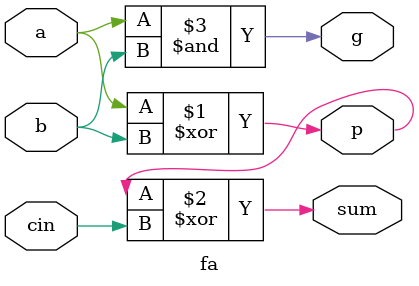
<source format=v>
module fa(
	input a,
	input b,
	input cin,
	output sum,
	output g,
	output p
);

wire w1;
// Sum is the XOR of the two inputs and the carry-in
xor xor1(p, a, b);       // p is the XOR of a and b (propagate)
xor xor2(sum, p, cin);   // sum is the XOR of p and cin

// Generate is the AND of the two inputs
and and1(g, a, b);       // g is the AND of a and b (generate)
and and2(w1, p, cin);
//or or1(cout, g, w1);

endmodule

</source>
